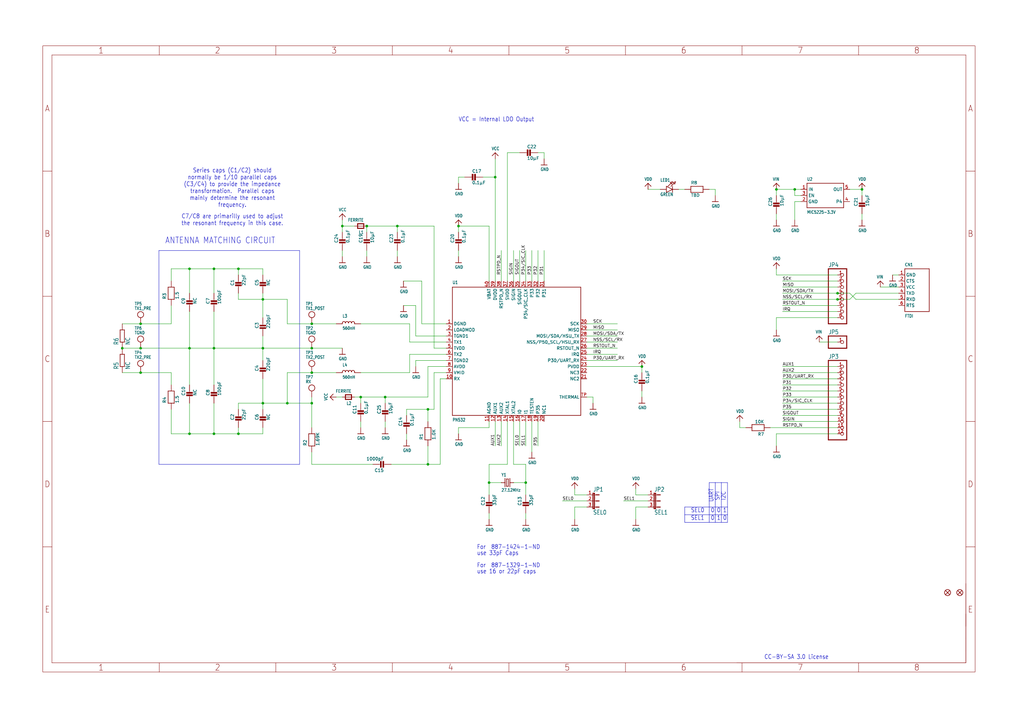
<source format=kicad_sch>
(kicad_sch (version 20230121) (generator eeschema)
  (paper "User" 425.45 298.602)
  (junction (at 129.54 167.64))
  (junction (at 190.5 93.98))
  (junction (at 177.8 193.04))
  (junction (at 347.98 124.46))
  (junction (at 266.7 152.4))
  (junction (at 129.54 134.62))
  (junction (at 205.74 73.66))
  (junction (at 142.24 93.98))
  (junction (at 358.14 78.74))
  (junction (at 58.42 144.78))
  (junction (at 347.98 121.92))
  (junction (at 152.4 93.98))
  (junction (at 149.86 165.1))
  (junction (at 129.54 154.94))
  (junction (at 218.44 200.66))
  (junction (at 109.22 124.46))
  (junction (at 322.58 78.74))
  (junction (at 88.9 180.34))
  (junction (at 99.06 180.34))
  (junction (at 78.74 180.34))
  (junction (at 109.22 144.78))
  (junction (at 58.42 154.94))
  (junction (at 99.06 111.76))
  (junction (at 78.74 144.78))
  (junction (at 88.9 111.76))
  (junction (at 160.02 165.1))
  (junction (at 88.9 144.78))
  (junction (at 129.54 144.78))
  (junction (at 50.8 144.78))
  (junction (at 78.74 111.76))
  (junction (at 165.1 93.98))
  (junction (at 109.22 167.64))
  (junction (at 330.2 78.74))
  (junction (at 203.2 200.66))
  (junction (at 58.42 134.62))
  (junction (at 119.38 167.64))
  (junction (at 177.8 170.18))
  (wire (pts (xy 294.64 78.74) (xy 297.18 78.74)) (stroke (width 0.1524)))
  (wire (pts (xy 213.36 175.26) (xy 213.36 193.04)) (stroke (width 0.1524)))
  (wire (pts (xy 185.42 139.7) (xy 172.72 139.7)) (stroke (width 0.1524)))
  (wire (pts (xy 213.36 116.84) (xy 213.36 104.14)) (stroke (width 0.1524)))
  (wire (pts (xy 347.98 165.1) (xy 325.12 165.1)) (stroke (width 0.1524)))
  (wire (pts (xy 243.84 134.62) (xy 256.54 134.62)) (stroke (width 0.1524)))
  (wire (pts (xy 142.24 91.44) (xy 142.24 93.98)) (stroke (width 0.1524)))
  (polyline (pts (xy 284.48 210.82) (xy 302.26 210.82)) (stroke (width 0.1524) (type solid)))
  (wire (pts (xy 152.4 104.14) (xy 152.4 106.68)) (stroke (width 0.1524)))
  (wire (pts (xy 149.86 165.1) (xy 149.86 167.64)) (stroke (width 0.1524)))
  (wire (pts (xy 238.76 205.74) (xy 238.76 203.2)) (stroke (width 0.1524)))
  (wire (pts (xy 149.86 175.26) (xy 149.86 177.8)) (stroke (width 0.1524)))
  (wire (pts (xy 185.42 134.62) (xy 175.26 134.62)) (stroke (width 0.1524)))
  (polyline (pts (xy 297.18 200.66) (xy 294.64 200.66)) (stroke (width 0.1524) (type solid)))
  (wire (pts (xy 330.2 81.28) (xy 330.2 78.74)) (stroke (width 0.1524)))
  (wire (pts (xy 210.82 175.26) (xy 210.82 193.04)) (stroke (width 0.1524)))
  (wire (pts (xy 203.2 175.26) (xy 203.2 177.8)) (stroke (width 0.1524)))
  (wire (pts (xy 330.2 78.74) (xy 322.58 78.74)) (stroke (width 0.1524)))
  (wire (pts (xy 58.42 134.62) (xy 50.8 134.62)) (stroke (width 0.1524)))
  (wire (pts (xy 355.6 121.92) (xy 353.06 124.46)) (stroke (width 0.1524)))
  (wire (pts (xy 205.74 116.84) (xy 205.74 73.66)) (stroke (width 0.1524)))
  (wire (pts (xy 109.22 177.8) (xy 109.22 180.34)) (stroke (width 0.1524)))
  (wire (pts (xy 147.32 93.98) (xy 142.24 93.98)) (stroke (width 0.1524)))
  (wire (pts (xy 71.12 180.34) (xy 71.12 170.18)) (stroke (width 0.1524)))
  (wire (pts (xy 223.52 116.84) (xy 223.52 104.14)) (stroke (width 0.1524)))
  (wire (pts (xy 185.42 152.4) (xy 177.8 152.4)) (stroke (width 0.1524)))
  (wire (pts (xy 218.44 193.04) (xy 218.44 200.66)) (stroke (width 0.1524)))
  (wire (pts (xy 185.42 149.86) (xy 172.72 149.86)) (stroke (width 0.1524)))
  (wire (pts (xy 347.98 177.8) (xy 320.04 177.8)) (stroke (width 0.1524)))
  (wire (pts (xy 347.98 170.18) (xy 325.12 170.18)) (stroke (width 0.1524)))
  (wire (pts (xy 190.5 73.66) (xy 190.5 76.2)) (stroke (width 0.1524)))
  (wire (pts (xy 322.58 114.3) (xy 347.98 114.3)) (stroke (width 0.1524)))
  (wire (pts (xy 347.98 132.08) (xy 322.58 132.08)) (stroke (width 0.1524)))
  (wire (pts (xy 139.7 165.1) (xy 142.24 165.1)) (stroke (width 0.1524)))
  (wire (pts (xy 193.04 73.66) (xy 190.5 73.66)) (stroke (width 0.1524)))
  (wire (pts (xy 172.72 127) (xy 167.64 127)) (stroke (width 0.1524)))
  (wire (pts (xy 99.06 167.64) (xy 109.22 167.64)) (stroke (width 0.1524)))
  (wire (pts (xy 50.8 144.78) (xy 58.42 144.78)) (stroke (width 0.1524)))
  (wire (pts (xy 88.9 111.76) (xy 88.9 121.92)) (stroke (width 0.1524)))
  (polyline (pts (xy 302.26 213.995) (xy 302.26 217.17)) (stroke (width 0.1524) (type solid)))
  (wire (pts (xy 88.9 144.78) (xy 109.22 144.78)) (stroke (width 0.1524)))
  (wire (pts (xy 177.8 152.4) (xy 177.8 165.1)) (stroke (width 0.1524)))
  (wire (pts (xy 142.24 106.68) (xy 142.24 104.14)) (stroke (width 0.1524)))
  (wire (pts (xy 152.4 96.52) (xy 152.4 93.98)) (stroke (width 0.1524)))
  (wire (pts (xy 147.32 165.1) (xy 149.86 165.1)) (stroke (width 0.1524)))
  (wire (pts (xy 200.66 73.66) (xy 205.74 73.66)) (stroke (width 0.1524)))
  (wire (pts (xy 109.22 114.3) (xy 109.22 111.76)) (stroke (width 0.1524)))
  (wire (pts (xy 347.98 142.24) (xy 340.36 142.24)) (stroke (width 0.1524)))
  (wire (pts (xy 243.84 139.7) (xy 256.54 139.7)) (stroke (width 0.1524)))
  (wire (pts (xy 243.84 137.16) (xy 256.54 137.16)) (stroke (width 0.1524)))
  (wire (pts (xy 168.91 180.34) (xy 168.91 182.88)) (stroke (width 0.1524)))
  (wire (pts (xy 223.52 63.5) (xy 226.06 63.5)) (stroke (width 0.1524)))
  (wire (pts (xy 177.8 185.42) (xy 177.8 193.04)) (stroke (width 0.1524)))
  (wire (pts (xy 71.12 134.62) (xy 71.12 127)) (stroke (width 0.1524)))
  (wire (pts (xy 109.22 124.46) (xy 119.38 124.46)) (stroke (width 0.1524)))
  (wire (pts (xy 88.9 160.02) (xy 88.9 144.78)) (stroke (width 0.1524)))
  (wire (pts (xy 99.06 170.18) (xy 99.06 167.64)) (stroke (width 0.1524)))
  (wire (pts (xy 246.38 165.1) (xy 246.38 167.64)) (stroke (width 0.1524)))
  (wire (pts (xy 149.86 134.62) (xy 170.18 134.62)) (stroke (width 0.1524)))
  (wire (pts (xy 170.18 147.32) (xy 185.42 147.32)) (stroke (width 0.1524)))
  (wire (pts (xy 220.98 116.84) (xy 220.98 104.14)) (stroke (width 0.1524)))
  (wire (pts (xy 190.5 177.8) (xy 190.5 180.34)) (stroke (width 0.1524)))
  (wire (pts (xy 347.98 172.72) (xy 325.12 172.72)) (stroke (width 0.1524)))
  (wire (pts (xy 71.12 160.02) (xy 71.12 154.94)) (stroke (width 0.1524)))
  (wire (pts (xy 78.74 180.34) (xy 88.9 180.34)) (stroke (width 0.1524)))
  (polyline (pts (xy 284.48 213.995) (xy 302.26 213.995)) (stroke (width 0.1524) (type solid)))
  (wire (pts (xy 238.76 210.82) (xy 238.76 215.9)) (stroke (width 0.1524)))
  (wire (pts (xy 129.54 193.04) (xy 129.54 187.96)) (stroke (width 0.1524)))
  (wire (pts (xy 210.82 193.04) (xy 203.2 193.04)) (stroke (width 0.1524)))
  (wire (pts (xy 208.28 116.84) (xy 208.28 104.14)) (stroke (width 0.1524)))
  (wire (pts (xy 347.98 175.26) (xy 325.12 175.26)) (stroke (width 0.1524)))
  (wire (pts (xy 322.58 78.74) (xy 322.58 81.28)) (stroke (width 0.1524)))
  (wire (pts (xy 165.1 93.98) (xy 152.4 93.98)) (stroke (width 0.1524)))
  (wire (pts (xy 170.18 142.24) (xy 185.42 142.24)) (stroke (width 0.1524)))
  (wire (pts (xy 78.74 111.76) (xy 71.12 111.76)) (stroke (width 0.1524)))
  (wire (pts (xy 88.9 180.34) (xy 99.06 180.34)) (stroke (width 0.1524)))
  (wire (pts (xy 160.02 165.1) (xy 160.02 167.64)) (stroke (width 0.1524)))
  (wire (pts (xy 129.54 134.62) (xy 139.7 134.62)) (stroke (width 0.1524)))
  (wire (pts (xy 203.2 116.84) (xy 203.2 93.98)) (stroke (width 0.1524)))
  (wire (pts (xy 190.5 104.14) (xy 190.5 106.68)) (stroke (width 0.1524)))
  (wire (pts (xy 71.12 134.62) (xy 58.42 134.62)) (stroke (width 0.1524)))
  (wire (pts (xy 347.98 152.4) (xy 325.12 152.4)) (stroke (width 0.1524)))
  (wire (pts (xy 119.38 134.62) (xy 129.54 134.62)) (stroke (width 0.1524)))
  (wire (pts (xy 330.2 83.82) (xy 330.2 91.44)) (stroke (width 0.1524)))
  (wire (pts (xy 243.84 208.28) (xy 233.68 208.28)) (stroke (width 0.1524)))
  (wire (pts (xy 180.34 144.78) (xy 180.34 93.98)) (stroke (width 0.1524)))
  (wire (pts (xy 226.06 63.5) (xy 226.06 66.04)) (stroke (width 0.1524)))
  (wire (pts (xy 78.74 111.76) (xy 78.74 121.92)) (stroke (width 0.1524)))
  (wire (pts (xy 109.22 167.64) (xy 109.22 170.18)) (stroke (width 0.1524)))
  (wire (pts (xy 185.42 154.94) (xy 180.34 154.94)) (stroke (width 0.1524)))
  (wire (pts (xy 243.84 144.78) (xy 256.54 144.78)) (stroke (width 0.1524)))
  (wire (pts (xy 347.98 157.48) (xy 325.12 157.48)) (stroke (width 0.1524)))
  (wire (pts (xy 142.24 93.98) (xy 142.24 96.52)) (stroke (width 0.1524)))
  (wire (pts (xy 243.84 147.32) (xy 256.54 147.32)) (stroke (width 0.1524)))
  (wire (pts (xy 347.98 129.54) (xy 325.12 129.54)) (stroke (width 0.1524)))
  (wire (pts (xy 129.54 154.94) (xy 139.7 154.94)) (stroke (width 0.1524)))
  (wire (pts (xy 109.22 124.46) (xy 99.06 124.46)) (stroke (width 0.1524)))
  (wire (pts (xy 203.2 205.74) (xy 203.2 200.66)) (stroke (width 0.1524)))
  (wire (pts (xy 129.54 167.64) (xy 129.54 165.1)) (stroke (width 0.1524)))
  (wire (pts (xy 226.06 116.84) (xy 226.06 104.14)) (stroke (width 0.1524)))
  (wire (pts (xy 223.52 175.26) (xy 223.52 185.42)) (stroke (width 0.1524)))
  (wire (pts (xy 154.94 193.04) (xy 129.54 193.04)) (stroke (width 0.1524)))
  (wire (pts (xy 160.02 177.8) (xy 160.02 175.26)) (stroke (width 0.1524)))
  (wire (pts (xy 99.06 111.76) (xy 88.9 111.76)) (stroke (width 0.1524)))
  (wire (pts (xy 358.14 81.28) (xy 358.14 78.74)) (stroke (width 0.1524)))
  (wire (pts (xy 332.74 78.74) (xy 330.2 78.74)) (stroke (width 0.1524)))
  (wire (pts (xy 203.2 193.04) (xy 203.2 200.66)) (stroke (width 0.1524)))
  (wire (pts (xy 109.22 144.78) (xy 129.54 144.78)) (stroke (width 0.1524)))
  (wire (pts (xy 109.22 167.64) (xy 119.38 167.64)) (stroke (width 0.1524)))
  (wire (pts (xy 109.22 139.7) (xy 109.22 144.78)) (stroke (width 0.1524)))
  (polyline (pts (xy 302.26 200.66) (xy 302.26 210.82)) (stroke (width 0.1524) (type solid)))
  (wire (pts (xy 165.1 96.52) (xy 165.1 93.98)) (stroke (width 0.1524)))
  (wire (pts (xy 266.7 162.56) (xy 266.7 165.1)) (stroke (width 0.1524)))
  (wire (pts (xy 210.82 116.84) (xy 210.82 63.5)) (stroke (width 0.1524)))
  (wire (pts (xy 177.8 193.04) (xy 162.56 193.04)) (stroke (width 0.1524)))
  (wire (pts (xy 347.98 119.38) (xy 325.12 119.38)) (stroke (width 0.1524)))
  (wire (pts (xy 205.74 73.66) (xy 205.74 66.04)) (stroke (width 0.1524)))
  (polyline (pts (xy 302.26 210.82) (xy 302.26 213.995)) (stroke (width 0.1524) (type solid)))
  (wire (pts (xy 215.9 116.84) (xy 215.9 104.14)) (stroke (width 0.1524)))
  (wire (pts (xy 309.88 177.8) (xy 307.34 177.8)) (stroke (width 0.1524)))
  (wire (pts (xy 218.44 175.26) (xy 218.44 185.42)) (stroke (width 0.1524)))
  (wire (pts (xy 220.98 175.26) (xy 220.98 187.96)) (stroke (width 0.1524)))
  (wire (pts (xy 347.98 121.92) (xy 325.12 121.92)) (stroke (width 0.1524)))
  (wire (pts (xy 347.98 160.02) (xy 325.12 160.02)) (stroke (width 0.1524)))
  (wire (pts (xy 160.02 165.1) (xy 149.86 165.1)) (stroke (width 0.1524)))
  (wire (pts (xy 347.98 154.94) (xy 325.12 154.94)) (stroke (width 0.1524)))
  (wire (pts (xy 358.14 88.9) (xy 358.14 91.44)) (stroke (width 0.1524)))
  (wire (pts (xy 264.16 205.74) (xy 264.16 203.2)) (stroke (width 0.1524)))
  (wire (pts (xy 109.22 121.92) (xy 109.22 124.46)) (stroke (width 0.1524)))
  (polyline (pts (xy 284.48 210.82) (xy 284.48 213.995)) (stroke (width 0.1524) (type solid)))
  (wire (pts (xy 175.26 134.62) (xy 175.26 116.84)) (stroke (width 0.1524)))
  (wire (pts (xy 165.1 106.68) (xy 165.1 104.14)) (stroke (width 0.1524)))
  (wire (pts (xy 269.24 205.74) (xy 264.16 205.74)) (stroke (width 0.1524)))
  (wire (pts (xy 269.24 210.82) (xy 264.16 210.82)) (stroke (width 0.1524)))
  (wire (pts (xy 129.54 167.64) (xy 119.38 167.64)) (stroke (width 0.1524)))
  (wire (pts (xy 109.22 157.48) (xy 109.22 167.64)) (stroke (width 0.1524)))
  (wire (pts (xy 208.28 175.26) (xy 208.28 185.42)) (stroke (width 0.1524)))
  (wire (pts (xy 99.06 180.34) (xy 99.06 177.8)) (stroke (width 0.1524)))
  (wire (pts (xy 203.2 213.36) (xy 203.2 215.9)) (stroke (width 0.1524)))
  (wire (pts (xy 119.38 167.64) (xy 119.38 154.94)) (stroke (width 0.1524)))
  (wire (pts (xy 109.22 149.86) (xy 109.22 144.78)) (stroke (width 0.1524)))
  (wire (pts (xy 218.44 116.84) (xy 218.44 104.14)) (stroke (width 0.1524)))
  (wire (pts (xy 213.36 200.66) (xy 218.44 200.66)) (stroke (width 0.1524)))
  (wire (pts (xy 180.34 154.94) (xy 180.34 170.18)) (stroke (width 0.1524)))
  (wire (pts (xy 99.06 111.76) (xy 99.06 114.3)) (stroke (width 0.1524)))
  (wire (pts (xy 373.38 121.92) (xy 355.6 121.92)) (stroke (width 0.1524)))
  (wire (pts (xy 307.34 177.8) (xy 307.34 175.26)) (stroke (width 0.1524)))
  (wire (pts (xy 99.06 124.46) (xy 99.06 121.92)) (stroke (width 0.1524)))
  (wire (pts (xy 119.38 154.94) (xy 129.54 154.94)) (stroke (width 0.1524)))
  (wire (pts (xy 182.88 157.48) (xy 182.88 193.04)) (stroke (width 0.1524)))
  (polyline (pts (xy 66.04 193.04) (xy 66.04 104.14)) (stroke (width 0.1524) (type solid)))
  (wire (pts (xy 71.12 116.84) (xy 71.12 111.76)) (stroke (width 0.1524)))
  (wire (pts (xy 149.86 154.94) (xy 170.18 154.94)) (stroke (width 0.1524)))
  (wire (pts (xy 347.98 116.84) (xy 325.12 116.84)) (stroke (width 0.1524)))
  (wire (pts (xy 99.06 180.34) (xy 109.22 180.34)) (stroke (width 0.1524)))
  (wire (pts (xy 177.8 170.18) (xy 177.8 175.26)) (stroke (width 0.1524)))
  (wire (pts (xy 203.2 177.8) (xy 190.5 177.8)) (stroke (width 0.1524)))
  (wire (pts (xy 58.42 144.78) (xy 78.74 144.78)) (stroke (width 0.1524)))
  (wire (pts (xy 347.98 124.46) (xy 325.12 124.46)) (stroke (width 0.1524)))
  (wire (pts (xy 50.8 154.94) (xy 58.42 154.94)) (stroke (width 0.1524)))
  (polyline (pts (xy 297.18 217.17) (xy 299.72 217.17)) (stroke (width 0.1524) (type solid)))
  (wire (pts (xy 322.58 114.3) (xy 322.58 111.76)) (stroke (width 0.1524)))
  (wire (pts (xy 180.34 93.98) (xy 165.1 93.98)) (stroke (width 0.1524)))
  (wire (pts (xy 190.5 93.98) (xy 190.5 96.52)) (stroke (width 0.1524)))
  (wire (pts (xy 347.98 162.56) (xy 325.12 162.56)) (stroke (width 0.1524)))
  (wire (pts (xy 243.84 152.4) (xy 266.7 152.4)) (stroke (width 0.1524)))
  (wire (pts (xy 109.22 124.46) (xy 109.22 132.08)) (stroke (width 0.1524)))
  (wire (pts (xy 264.16 210.82) (xy 264.16 215.9)) (stroke (width 0.1524)))
  (wire (pts (xy 180.34 170.18) (xy 177.8 170.18)) (stroke (width 0.1524)))
  (wire (pts (xy 177.8 170.18) (xy 168.91 170.18)) (stroke (width 0.1524)))
  (polyline (pts (xy 299.72 217.17) (xy 302.26 217.17)) (stroke (width 0.1524) (type solid)))
  (wire (pts (xy 182.88 193.04) (xy 177.8 193.04)) (stroke (width 0.1524)))
  (polyline (pts (xy 124.46 193.04) (xy 66.04 193.04)) (stroke (width 0.1524) (type solid)))
  (wire (pts (xy 353.06 78.74) (xy 358.14 78.74)) (stroke (width 0.1524)))
  (wire (pts (xy 78.74 160.02) (xy 78.74 144.78)) (stroke (width 0.1524)))
  (wire (pts (xy 281.94 78.74) (xy 284.48 78.74)) (stroke (width 0.1524)))
  (wire (pts (xy 203.2 93.98) (xy 190.5 93.98)) (stroke (width 0.1524)))
  (polyline (pts (xy 299.72 200.66) (xy 297.18 200.66)) (stroke (width 0.1524) (type solid)))
  (wire (pts (xy 322.58 88.9) (xy 322.58 91.44)) (stroke (width 0.1524)))
  (wire (pts (xy 71.12 180.34) (xy 78.74 180.34)) (stroke (width 0.1524)))
  (wire (pts (xy 177.8 165.1) (xy 160.02 165.1)) (stroke (width 0.1524)))
  (wire (pts (xy 218.44 200.66) (xy 218.44 205.74)) (stroke (width 0.1524)))
  (wire (pts (xy 373.38 124.46) (xy 355.6 124.46)) (stroke (width 0.1524)))
  (wire (pts (xy 373.38 119.38) (xy 365.76 119.38)) (stroke (width 0.1524)))
  (wire (pts (xy 347.98 180.34) (xy 322.58 180.34)) (stroke (width 0.1524)))
  (wire (pts (xy 347.98 127) (xy 325.12 127)) (stroke (width 0.1524)))
  (wire (pts (xy 243.84 205.74) (xy 238.76 205.74)) (stroke (width 0.1524)))
  (wire (pts (xy 78.74 144.78) (xy 88.9 144.78)) (stroke (width 0.1524)))
  (wire (pts (xy 168.91 170.18) (xy 168.91 172.72)) (stroke (width 0.1524)))
  (wire (pts (xy 170.18 134.62) (xy 170.18 142.24)) (stroke (width 0.1524)))
  (wire (pts (xy 88.9 167.64) (xy 88.9 180.34)) (stroke (width 0.1524)))
  (wire (pts (xy 353.06 121.92) (xy 347.98 121.92)) (stroke (width 0.1524)))
  (wire (pts (xy 243.84 142.24) (xy 256.54 142.24)) (stroke (width 0.1524)))
  (wire (pts (xy 218.44 213.36) (xy 218.44 215.9)) (stroke (width 0.1524)))
  (wire (pts (xy 347.98 167.64) (xy 325.12 167.64)) (stroke (width 0.1524)))
  (wire (pts (xy 243.84 165.1) (xy 246.38 165.1)) (stroke (width 0.1524)))
  (wire (pts (xy 269.24 78.74) (xy 274.32 78.74)) (stroke (width 0.1524)))
  (polyline (pts (xy 299.72 200.66) (xy 299.72 217.17)) (stroke (width 0.1524) (type solid)))
  (wire (pts (xy 332.74 81.28) (xy 330.2 81.28)) (stroke (width 0.1524)))
  (wire (pts (xy 353.06 124.46) (xy 347.98 124.46)) (stroke (width 0.1524)))
  (wire (pts (xy 243.84 149.86) (xy 256.54 149.86)) (stroke (width 0.1524)))
  (wire (pts (xy 109.22 111.76) (xy 99.06 111.76)) (stroke (width 0.1524)))
  (wire (pts (xy 175.26 116.84) (xy 167.64 116.84)) (stroke (width 0.1524)))
  (polyline (pts (xy 297.18 200.66) (xy 297.18 217.17)) (stroke (width 0.1524) (type solid)))
  (wire (pts (xy 172.72 149.86) (xy 172.72 152.4)) (stroke (width 0.1524)))
  (wire (pts (xy 322.58 132.08) (xy 322.58 137.16)) (stroke (width 0.1524)))
  (wire (pts (xy 88.9 129.54) (xy 88.9 144.78)) (stroke (width 0.1524)))
  (polyline (pts (xy 294.64 217.17) (xy 297.18 217.17)) (stroke (width 0.1524) (type solid)))
  (wire (pts (xy 210.82 63.5) (xy 215.9 63.5)) (stroke (width 0.1524)))
  (polyline (pts (xy 66.04 104.14) (xy 124.46 104.14)) (stroke (width 0.1524) (type solid)))
  (wire (pts (xy 332.74 83.82) (xy 330.2 83.82)) (stroke (width 0.1524)))
  (polyline (pts (xy 294.64 200.66) (xy 294.64 217.17)) (stroke (width 0.1524) (type solid)))
  (wire (pts (xy 129.54 177.8) (xy 129.54 167.64)) (stroke (width 0.1524)))
  (wire (pts (xy 203.2 200.66) (xy 208.28 200.66)) (stroke (width 0.1524)))
  (wire (pts (xy 78.74 167.64) (xy 78.74 180.34)) (stroke (width 0.1524)))
  (wire (pts (xy 58.42 154.94) (xy 71.12 154.94)) (stroke (width 0.1524)))
  (polyline (pts (xy 302.26 200.66) (xy 299.72 200.66)) (stroke (width 0.1524) (type solid)))
  (wire (pts (xy 129.54 144.78) (xy 142.24 144.78)) (stroke (width 0.1524)))
  (wire (pts (xy 170.18 154.94) (xy 170.18 147.32)) (stroke (width 0.1524)))
  (wire (pts (xy 269.24 208.28) (xy 259.08 208.28)) (stroke (width 0.1524)))
  (wire (pts (xy 213.36 193.04) (xy 218.44 193.04)) (stroke (width 0.1524)))
  (wire (pts (xy 119.38 124.46) (xy 119.38 134.62)) (stroke (width 0.1524)))
  (wire (pts (xy 78.74 129.54) (xy 78.74 144.78)) (stroke (width 0.1524)))
  (polyline (pts (xy 284.48 213.995) (xy 284.48 217.17)) (stroke (width 0.1524) (type solid)))
  (wire (pts (xy 215.9 175.26) (xy 215.9 185.42)) (stroke (width 0.1524)))
  (wire (pts (xy 88.9 111.76) (xy 78.74 111.76)) (stroke (width 0.1524)))
  (wire (pts (xy 355.6 124.46) (xy 353.06 121.92)) (stroke (width 0.1524)))
  (wire (pts (xy 205.74 175.26) (xy 205.74 185.42)) (stroke (width 0.1524)))
  (wire (pts (xy 243.84 210.82) (xy 238.76 210.82)) (stroke (width 0.1524)))
  (wire (pts (xy 185.42 144.78) (xy 180.34 144.78)) (stroke (width 0.1524)))
  (wire (pts (xy 185.42 157.48) (xy 182.88 157.48)) (stroke (width 0.1524)))
  (polyline (pts (xy 124.46 104.14) (xy 124.46 193.04)) (stroke (width 0.1524) (type solid)))
  (polyline (pts (xy 284.48 217.17) (xy 294.64 217.17)) (stroke (width 0.1524) (type solid)))
  (wire (pts (xy 266.7 152.4) (xy 266.7 154.94)) (stroke (width 0.1524)))
  (wire (pts (xy 322.58 180.34) (xy 322.58 185.42)) (stroke (width 0.1524)))
  (wire (pts (xy 172.72 139.7) (xy 172.72 127)) (stroke (width 0.1524)))
  (wire (pts (xy 297.18 78.74) (xy 297.18 81.28)) (stroke (width 0.1524)))
  (wire (pts (xy 373.38 114.3) (xy 370.84 114.3)) (stroke (width 0.1524)))
  (text "0" (at 295.275 213.36 0) (effects (font (size 1.778 1.5113)) (justify left bottom)))
  (text "ANTENNA MATCHING CIRCUIT" (at 68.58 101.6 0) (effects (font (size 2.54 2.159)) (justify left bottom)))
  (text "SEL0" (at 287.02 213.36 0) (effects (font (size 1.778 1.5113)) (justify left bottom)))
  (text "For  887-1424-1-ND" (at 198.12 228.6 0) (effects (font (size 1.778 1.5113)) (justify left bottom)))
  (text "0" (at 297.815 213.36 0) (effects (font (size 1.778 1.5113)) (justify left bottom)))
  (text "I2C" (at 301.625 208.28 90) (effects (font (size 1.778 1.5113)) (justify left bottom)))
  (text "UART" (at 296.545 208.915 90) (effects (font (size 1.778 1.5113)) (justify left bottom)))
  (text "For  887-1329-1-ND" (at 198.12 236.22 0) (effects (font (size 1.778 1.5113)) (justify left bottom)))
  (text "use 16 or 22pF caps" (at 198.12 238.76 0) (effects (font (size 1.778 1.5113)) (justify left bottom)))
  (text "CC-BY-SA 3.0 License" (at 317.5 274.32 0) (effects (font (size 1.778 1.5113)) (justify left bottom)))
  (text "Series caps (C1/C2) should\nnormally be 1/10 parallel caps\n(C3/C4) to provide the impedance\ntransformation.  Parallel caps\nmainly determine the resonant\nfrequency." (at 96.52 86.36 0) (effects (font (size 1.778 1.5113)) (justify bottom)))
  (text "use 33pF Caps" (at 198.12 231.14 0) (effects (font (size 1.778 1.5113)) (justify left bottom)))
  (text "SEL1" (at 287.02 216.535 0) (effects (font (size 1.778 1.5113)) (justify left bottom)))
  (text "0" (at 300.355 216.535 0) (effects (font (size 1.778 1.5113)) (justify left bottom)))
  (text "VCC = Internal LDO Output" (at 190.5 50.8 0) (effects (font (size 1.778 1.5113)) (justify left bottom)))
  (text "1" (at 300.355 213.36 0) (effects (font (size 1.778 1.5113)) (justify left bottom)))
  (text "SPI" (at 299.085 208.28 90) (effects (font (size 1.778 1.5113)) (justify left bottom)))
  (text "C7/C8 are primarilly used to adjust\nthe resonant frequency in this case." (at 96.52 93.98 0) (effects (font (size 1.778 1.5113)) (justify bottom)))
  (text "0" (at 295.275 216.535 0) (effects (font (size 1.778 1.5113)) (justify left bottom)))
  (text "1" (at 297.815 216.535 0) (effects (font (size 1.778 1.5113)) (justify left bottom)))
  (label "RSTPD_N" (at 208.28 114.3 90) (effects (font (size 1.2446 1.2446))))
  (label "SEL0" (at 233.68 208.28 0) (effects (font (size 1.2446 1.2446))))
  (label "P33" (at 325.12 165.1 0) (effects (font (size 1.2446 1.2446))))
  (label "AUX1" (at 205.74 185.42 90) (effects (font (size 1.2446 1.2446))))
  (label "P31" (at 325.12 160.02 0) (effects (font (size 1.2446 1.2446))))
  (label "AUX2" (at 208.28 185.42 90) (effects (font (size 1.2446 1.2446))))
  (label "MISO" (at 246.38 137.16 0) (effects (font (size 1.2446 1.2446))))
  (label "RSTPD_N" (at 325.12 177.8 0) (effects (font (size 1.2446 1.2446))))
  (label "MISO" (at 325.12 119.38 0) (effects (font (size 1.2446 1.2446))))
  (label "SIGIN" (at 213.36 114.3 90) (effects (font (size 1.2446 1.2446))))
  (label "AUX1" (at 325.12 152.4 0) (effects (font (size 1.2446 1.2446))))
  (label "SEL1" (at 218.44 185.42 90) (effects (font (size 1.2446 1.2446))))
  (label "P35" (at 325.12 170.18 0) (effects (font (size 1.2446 1.2446))))
  (label "NSS/SCL/RX" (at 246.38 142.24 0) (effects (font (size 1.2446 1.2446))))
  (label "NSS/SCL/RX" (at 325.12 124.46 0) (effects (font (size 1.2446 1.2446))))
  (label "RSTOUT_N" (at 325.12 127 0) (effects (font (size 1.2446 1.2446))))
  (label "P33" (at 220.98 114.3 90) (effects (font (size 1.2446 1.2446))))
  (label "IRQ" (at 325.12 129.54 0) (effects (font (size 1.2446 1.2446))))
  (label "P30/UART_RX" (at 246.38 149.86 0) (effects (font (size 1.2446 1.2446))))
  (label "AUX2" (at 325.12 154.94 0) (effects (font (size 1.2446 1.2446))))
  (label "P30/UART_RX" (at 325.12 157.48 0) (effects (font (size 1.2446 1.2446))))
  (label "P34/SIC_CLK" (at 218.44 114.3 90) (effects (font (size 1.2446 1.2446))))
  (label "SEL1" (at 259.08 208.28 0) (effects (font (size 1.2446 1.2446))))
  (label "P35" (at 223.52 185.42 90) (effects (font (size 1.2446 1.2446))))
  (label "SCK" (at 246.38 134.62 0) (effects (font (size 1.2446 1.2446))))
  (label "SEL0" (at 215.9 185.42 90) (effects (font (size 1.2446 1.2446))))
  (label "RSTOUT_N" (at 246.38 144.78 0) (effects (font (size 1.2446 1.2446))))
  (label "MOSI/SDA/TX" (at 325.12 121.92 0) (effects (font (size 1.2446 1.2446))))
  (label "P34/SIC_CLK" (at 325.12 167.64 0) (effects (font (size 1.2446 1.2446))))
  (label "MOSI/SDA/TX" (at 246.38 139.7 0) (effects (font (size 1.2446 1.2446))))
  (label "IRQ" (at 246.38 147.32 0) (effects (font (size 1.2446 1.2446))))
  (label "SCK" (at 325.12 116.84 0) (effects (font (size 1.2446 1.2446))))
  (label "SIGOUT" (at 325.12 172.72 0) (effects (font (size 1.2446 1.2446))))
  (label "SIGOUT" (at 215.9 114.3 90) (effects (font (size 1.2446 1.2446))))
  (label "SIGIN" (at 325.12 175.26 0) (effects (font (size 1.2446 1.2446))))
  (label "P32" (at 223.52 114.3 90) (effects (font (size 1.2446 1.2446))))
  (label "P31" (at 226.06 114.3 90) (effects (font (size 1.2446 1.2446))))
  (label "P32" (at 325.12 162.56 0) (effects (font (size 1.2446 1.2446))))
  (symbol (lib_id "working-eagle-import:CAP_CERAMIC0805-NOOUTLINE") (at 149.86 172.72 0) (unit 1)
    (property "Reference" "C11" (at 148.07 172.18 90) (effects (justify left bottom)))
    (property "Value" "0.1µF" (at 152.86 172.18 90) (effects (justify left bottom)))
    (property "Footprint" "working:0805-NO" (effects hide))
  )
  (symbol (lib_id "working-eagle-import:RESISTOR0805_NOOUTLINE") (at 71.12 121.92 90) (unit 1)
    (property "Reference" "R3" (at 69.088 124.46 0) (effects (justify left bottom)))
    (property "Value" "1.5" (at 74.295 124.46 0) (effects (justify left bottom)))
    (property "Footprint" "working:0805-NO" (effects hide))
  )
  (symbol (lib_id "working-eagle-import:VIN") (at 340.36 139.7 0) (unit 1)
    (property "Reference" "#U$49" (effects hide))
    (property "Value" "VIN" (at 338.836 138.684 0) (effects (font (size 1.27 1.0795)) (justify left bottom)))
  )
  (symbol (lib_id "working-eagle-import:GND") (at 297.18 83.82 0) (unit 1)
    (property "Reference" "#U$27" (effects hide))
    (property "Value" "GND" (at 295.656 86.36 0) (effects (font (size 1.27 1.0795)) (justify left bottom)))
  )
  (symbol (lib_id "working-eagle-import:CAP_CERAMIC0805-NOOUTLINE") (at 358.14 86.36 0) (unit 1)
    (property "Reference" "C21" (at 356.35 85.82 90) (effects (justify left bottom)))
    (property "Value" "10µF" (at 361.14 85.82 90) (effects (justify left bottom)))
    (property "Footprint" "working:0805-NO" (effects hide))
  )
  (symbol (lib_id "working-eagle-import:CAP_CERAMIC0805-NOOUTLINE") (at 109.22 154.94 0) (unit 1)
    (property "Reference" "C4" (at 107.43 154.4 90) (effects (justify left bottom)))
    (property "Value" "220pF" (at 112.22 154.4 90) (effects (justify left bottom)))
    (property "Footprint" "working:0805-NO" (effects hide))
  )
  (symbol (lib_id "working-eagle-import:CAP_CERAMIC0805-NOOUTLINE") (at 142.24 101.6 0) (unit 1)
    (property "Reference" "C24" (at 140.45 101.06 90) (effects (justify left bottom)))
    (property "Value" "0.1µF" (at 145.24 101.06 90) (effects (justify left bottom)))
    (property "Footprint" "working:0805-NO" (effects hide))
  )
  (symbol (lib_id "working-eagle-import:CAP_CERAMIC0805-NOOUTLINE") (at 203.2 210.82 0) (unit 1)
    (property "Reference" "C12" (at 201.41 210.28 90) (effects (justify left bottom)))
    (property "Value" "33pF" (at 206.2 210.28 90) (effects (justify left bottom)))
    (property "Footprint" "working:0805-NO" (effects hide))
  )
  (symbol (lib_id "working-eagle-import:TESTPOINTROUND1MM") (at 58.42 134.62 0) (unit 1)
    (property "Reference" "TP5" (at 55.88 127 0) (effects (font (size 1.27 1.0795)) (justify left bottom)))
    (property "Value" "TX1_PRE" (at 55.88 128.905 0) (effects (font (size 1.27 1.0795)) (justify left bottom)))
    (property "Footprint" "working:TESTPOINT_ROUND_1MM" (effects hide))
  )
  (symbol (lib_id "working-eagle-import:RESISTOR0805_NOOUTLINE") (at 129.54 182.88 90) (unit 1)
    (property "Reference" "R2" (at 127.508 185.42 0) (effects (justify left bottom)))
    (property "Value" "1.69K" (at 132.715 185.42 0) (effects (justify left bottom)))
    (property "Footprint" "working:0805-NO" (effects hide))
  )
  (symbol (lib_id "working-eagle-import:GND") (at 142.24 109.22 0) (unit 1)
    (property "Reference" "#U$16" (effects hide))
    (property "Value" "GND" (at 140.716 111.76 0) (effects (font (size 1.27 1.0795)) (justify left bottom)))
  )
  (symbol (lib_id "working-eagle-import:CAP_CERAMIC0805-NOOUTLINE") (at 88.9 165.1 0) (unit 1)
    (property "Reference" "C8" (at 87.11 164.56 90) (effects (justify left bottom)))
    (property "Value" "100pF" (at 91.9 164.56 90) (effects (justify left bottom)))
    (property "Footprint" "working:0805-NO" (effects hide))
  )
  (symbol (lib_id "working-eagle-import:FERRITE0805") (at 149.86 93.98 180) (unit 1)
    (property "Reference" "L1" (at 151.13 95.885 0) (effects (font (size 1.27 1.0795)) (justify left bottom)))
    (property "Value" "FERRITE" (at 151.13 90.805 0) (effects (font (size 1.27 1.0795)) (justify left bottom)))
    (property "Footprint" "working:0805" (effects hide))
  )
  (symbol (lib_id "working-eagle-import:CAP_CERAMIC0805-NOOUTLINE") (at 109.22 119.38 0) (unit 1)
    (property "Reference" "C5" (at 107.43 118.84 90) (effects (justify left bottom)))
    (property "Value" "NC" (at 112.22 118.84 90) (effects (justify left bottom)))
    (property "Footprint" "working:0805-NO" (effects hide))
  )
  (symbol (lib_id "working-eagle-import:VDD") (at 266.7 149.86 0) (unit 1)
    (property "Reference" "#U$19" (effects hide))
    (property "Value" "VDD" (at 265.176 148.844 0) (effects (font (size 1.27 1.0795)) (justify left bottom)))
  )
  (symbol (lib_id "working-eagle-import:GND") (at 167.64 119.38 0) (unit 1)
    (property "Reference" "#U$10" (effects hide))
    (property "Value" "GND" (at 166.116 121.92 0) (effects (font (size 1.27 1.0795)) (justify left bottom)))
  )
  (symbol (lib_id "working-eagle-import:GND") (at 190.5 182.88 0) (unit 1)
    (property "Reference" "#U$12" (effects hide))
    (property "Value" "GND" (at 188.976 185.42 0) (effects (font (size 1.27 1.0795)) (justify left bottom)))
  )
  (symbol (lib_id "working-eagle-import:GND") (at 246.38 170.18 0) (unit 1)
    (property "Reference" "#U$18" (effects hide))
    (property "Value" "GND" (at 244.856 172.72 0) (effects (font (size 1.27 1.0795)) (justify left bottom)))
  )
  (symbol (lib_id "working-eagle-import:VIN") (at 322.58 76.2 0) (unit 1)
    (property "Reference" "#U$41" (effects hide))
    (property "Value" "VIN" (at 321.056 75.184 0) (effects (font (size 1.27 1.0795)) (justify left bottom)))
  )
  (symbol (lib_id "working-eagle-import:LED0805_NOOUTLINE") (at 279.4 78.74 0) (unit 1)
    (property "Reference" "LED1" (at 274.32 75.565 0) (effects (font (size 1.27 1.0795)) (justify left bottom)))
    (property "Value" "GREEN" (at 274.32 81.534 0) (effects (font (size 1.27 1.0795)) (justify left bottom)))
    (property "Footprint" "working:CHIPLED_0805_NOOUTLINE" (effects hide))
  )
  (symbol (lib_id "working-eagle-import:GND") (at 370.84 116.84 0) (unit 1)
    (property "Reference" "#U$46" (effects hide))
    (property "Value" "GND" (at 369.316 119.38 0) (effects (font (size 1.27 1.0795)) (justify left bottom)))
  )
  (symbol (lib_id "working-eagle-import:CAP_CERAMIC0805-NOOUTLINE") (at 218.44 210.82 0) (unit 1)
    (property "Reference" "C13" (at 216.65 210.28 90) (effects (justify left bottom)))
    (property "Value" "33pF" (at 221.44 210.28 90) (effects (justify left bottom)))
    (property "Footprint" "working:0805-NO" (effects hide))
  )
  (symbol (lib_id "working-eagle-import:VCC") (at 142.24 88.9 0) (unit 1)
    (property "Reference" "#P+2" (effects hide))
    (property "Value" "VCC" (at 140.716 87.884 0) (effects (font (size 1.27 1.0795)) (justify left bottom)))
  )
  (symbol (lib_id "working-eagle-import:CAP_CERAMIC0805-NOOUTLINE") (at 152.4 101.6 0) (unit 1)
    (property "Reference" "C19" (at 150.61 101.06 90) (effects (justify left bottom)))
    (property "Value" "10µF" (at 155.4 101.06 90) (effects (justify left bottom)))
    (property "Footprint" "working:0805-NO" (effects hide))
  )
  (symbol (lib_id "working-eagle-import:GND") (at 167.64 129.54 0) (unit 1)
    (property "Reference" "#U$7" (effects hide))
    (property "Value" "GND" (at 166.116 132.08 0) (effects (font (size 1.27 1.0795)) (justify left bottom)))
  )
  (symbol (lib_id "working-eagle-import:TESTPOINTROUND1MM") (at 129.54 154.94 0) (unit 1)
    (property "Reference" "TP3" (at 127 147.32 0) (effects (font (size 1.27 1.0795)) (justify left bottom)))
    (property "Value" "TX2_POST" (at 127 149.225 0) (effects (font (size 1.27 1.0795)) (justify left bottom)))
    (property "Footprint" "working:TESTPOINT_ROUND_1MM" (effects hide))
  )
  (symbol (lib_id "working-eagle-import:VDD") (at 269.24 76.2 0) (unit 1)
    (property "Reference" "#U$40" (effects hide))
    (property "Value" "VDD" (at 267.716 75.184 0) (effects (font (size 1.27 1.0795)) (justify left bottom)))
  )
  (symbol (lib_id "working-eagle-import:VREG_SOT23-5") (at 342.9 81.28 0) (unit 1)
    (property "Reference" "U2" (at 335.28 75.184 0) (effects (font (size 1.27 1.0795)) (justify left bottom)))
    (property "Value" "MIC5225-3.3V" (at 335.28 88.9 0) (effects (font (size 1.27 1.0795)) (justify left bottom)))
    (property "Footprint" "working:SOT23-5" (effects hide))
  )
  (symbol (lib_id "working-eagle-import:TESTPOINTROUND1MM") (at 129.54 134.62 0) (unit 1)
    (property "Reference" "TP1" (at 127 127 0) (effects (font (size 1.27 1.0795)) (justify left bottom)))
    (property "Value" "TX1_POST" (at 127 128.905 0) (effects (font (size 1.27 1.0795)) (justify left bottom)))
    (property "Footprint" "working:TESTPOINT_ROUND_1MM" (effects hide))
  )
  (symbol (lib_id "working-eagle-import:GND") (at 149.86 180.34 0) (unit 1)
    (property "Reference" "#U$11" (effects hide))
    (property "Value" "GND" (at 148.336 182.88 0) (effects (font (size 1.27 1.0795)) (justify left bottom)))
  )
  (symbol (lib_id "working-eagle-import:HEADER-1X12") (at 350.52 167.64 0) (unit 1)
    (property "Reference" "JP3" (at 344.17 149.225 0) (effects (font (size 1.778 1.5113)) (justify left bottom)))
    (property "Value" "HEADER-1X12" (effects hide))
    (property "Footprint" "working:1X12_ROUND" (effects hide))
  )
  (symbol (lib_id "working-eagle-import:VIN") (at 365.76 116.84 0) (unit 1)
    (property "Reference" "#U$48" (effects hide))
    (property "Value" "VIN" (at 364.236 115.824 0) (effects (font (size 1.27 1.0795)) (justify left bottom)))
  )
  (symbol (lib_id "working-eagle-import:TESTPOINTROUND1MM") (at 129.54 144.78 0) (unit 1)
    (property "Reference" "TP2" (at 127 137.16 0) (effects (font (size 1.27 1.0795)) (justify left bottom)))
    (property "Value" "TGND" (at 127 139.065 0) (effects (font (size 1.27 1.0795)) (justify left bottom)))
    (property "Footprint" "working:TESTPOINT_ROUND_1MM" (effects hide))
  )
  (symbol (lib_id "working-eagle-import:PN532") (at 215.9 147.32 0) (unit 1)
    (property "Reference" "U1" (at 187.96 118.11 0) (effects (font (size 1.27 1.0795)) (justify left bottom)))
    (property "Value" "PN532" (at 187.96 175.26 0) (effects (font (size 1.27 1.0795)) (justify left bottom)))
    (property "Footprint" "working:HVQFN40-6X6" (effects hide))
  )
  (symbol (lib_id "working-eagle-import:GND") (at 190.5 78.74 0) (unit 1)
    (property "Reference" "#U$22" (effects hide))
    (property "Value" "GND" (at 188.976 81.28 0) (effects (font (size 1.27 1.0795)) (justify left bottom)))
  )
  (symbol (lib_id "working-eagle-import:CAP_CERAMIC0805-NOOUTLINE") (at 195.58 73.66 270) (unit 1)
    (property "Reference" "C17" (at 196.12 71.87 90) (effects (justify left bottom)))
    (property "Value" "0.1µF" (at 196.12 76.66 90) (effects (justify left bottom)))
    (property "Footprint" "working:0805-NO" (effects hide))
  )
  (symbol (lib_id "working-eagle-import:GND") (at 322.58 139.7 0) (unit 1)
    (property "Reference" "#U$32" (effects hide))
    (property "Value" "GND" (at 321.056 142.24 0) (effects (font (size 1.27 1.0795)) (justify left bottom)))
  )
  (symbol (lib_id "working-eagle-import:VCC") (at 205.74 63.5 0) (unit 1)
    (property "Reference" "#P+1" (effects hide))
    (property "Value" "VCC" (at 204.216 62.484 0) (effects (font (size 1.27 1.0795)) (justify left bottom)))
  )
  (symbol (lib_id "working-eagle-import:CAP_CERAMIC0805-NOOUTLINE") (at 88.9 127 0) (unit 1)
    (property "Reference" "C7" (at 87.11 126.46 90) (effects (justify left bottom)))
    (property "Value" "100pF" (at 91.9 126.46 90) (effects (justify left bottom)))
    (property "Footprint" "working:0805-NO" (effects hide))
  )
  (symbol (lib_id "working-eagle-import:CAP_CERAMIC0805-NOOUTLINE") (at 160.02 172.72 0) (unit 1)
    (property "Reference" "C25" (at 158.23 172.18 90) (effects (justify left bottom)))
    (property "Value" "10µF" (at 163.02 172.18 90) (effects (justify left bottom)))
    (property "Footprint" "working:0805-NO" (effects hide))
  )
  (symbol (lib_id "working-eagle-import:VCC") (at 137.16 165.1 90) (unit 1)
    (property "Reference" "#P+3" (effects hide))
    (property "Value" "VCC" (at 136.144 166.624 0) (effects (font (size 1.27 1.0795)) (justify left bottom)))
  )
  (symbol (lib_id "working-eagle-import:GND") (at 142.24 147.32 0) (unit 1)
    (property "Reference" "#U$2" (effects hide))
    (property "Value" "GND" (at 140.716 149.86 0) (effects (font (size 1.27 1.0795)) (justify left bottom)))
  )
  (symbol (lib_id "working-eagle-import:GND") (at 322.58 93.98 0) (unit 1)
    (property "Reference" "#U$44" (effects hide))
    (property "Value" "GND" (at 321.056 96.52 0) (effects (font (size 1.27 1.0795)) (justify left bottom)))
  )
  (symbol (lib_id "working-eagle-import:CRYSTAL3.2X2.5") (at 210.82 200.66 0) (unit 1)
    (property "Reference" "Y1" (at 208.28 198.12 0) (effects (font (size 1.27 1.0795)) (justify left bottom)))
    (property "Value" "27.12MHz" (at 208.28 204.47 0) (effects (font (size 1.27 1.0795)) (justify left bottom)))
    (property "Footprint" "working:CRYSTAL_3.2X2.5" (effects hide))
  )
  (symbol (lib_id "working-eagle-import:GND") (at 322.58 187.96 0) (unit 1)
    (property "Reference" "#U$33" (effects hide))
    (property "Value" "GND" (at 321.056 190.5 0) (effects (font (size 1.27 1.0795)) (justify left bottom)))
  )
  (symbol (lib_id "working-eagle-import:JUMPER3") (at 246.38 208.28 270) (unit 1)
    (property "Reference" "JP1" (at 246.38 204.47 90) (effects (font (size 1.778 1.5113)) (justify left bottom)))
    (property "Value" "SEL0" (at 246.38 213.995 90) (effects (font (size 1.778 1.5113)) (justify left bottom)))
    (property "Footprint" "working:JUMPER3" (effects hide))
  )
  (symbol (lib_id "working-eagle-import:TESTPOINTROUND1MM") (at 58.42 144.78 0) (unit 1)
    (property "Reference" "TP6" (at 55.88 137.16 0) (effects (font (size 1.27 1.0795)) (justify left bottom)))
    (property "Value" "TGND" (at 55.88 139.065 0) (effects (font (size 1.27 1.0795)) (justify left bottom)))
    (property "Footprint" "working:TESTPOINT_ROUND_1MM" (effects hide))
  )
  (symbol (lib_id "working-eagle-import:GND") (at 203.2 218.44 0) (unit 1)
    (property "Reference" "#U$13" (effects hide))
    (property "Value" "GND" (at 201.676 220.98 0) (effects (font (size 1.27 1.0795)) (justify left bottom)))
  )
  (symbol (lib_id "working-eagle-import:GND") (at 330.2 93.98 0) (unit 1)
    (property "Reference" "#U$42" (effects hide))
    (property "Value" "GND" (at 328.676 96.52 0) (effects (font (size 1.27 1.0795)) (justify left bottom)))
  )
  (symbol (lib_id "working-eagle-import:CAP_CERAMIC0805-NOOUTLINE") (at 168.91 177.8 0) (unit 1)
    (property "Reference" "C14" (at 167.12 177.26 90) (effects (justify left bottom)))
    (property "Value" "0.1µF" (at 171.91 177.26 90) (effects (justify left bottom)))
    (property "Footprint" "working:0805-NO" (effects hide))
  )
  (symbol (lib_id "working-eagle-import:VDD") (at 238.76 200.66 0) (unit 1)
    (property "Reference" "#U$25" (effects hide))
    (property "Value" "VDD" (at 237.236 199.644 0) (effects (font (size 1.27 1.0795)) (justify left bottom)))
  )
  (symbol (lib_id "working-eagle-import:GND") (at 266.7 167.64 0) (unit 1)
    (property "Reference" "#U$20" (effects hide))
    (property "Value" "GND" (at 265.176 170.18 0) (effects (font (size 1.27 1.0795)) (justify left bottom)))
  )
  (symbol (lib_id "working-eagle-import:RESISTOR0805_NOOUTLINE") (at 314.96 177.8 180) (unit 1)
    (property "Reference" "R7" (at 317.5 179.832 0) (effects (justify left bottom)))
    (property "Value" "10K" (at 317.5 174.625 0) (effects (justify left bottom)))
    (property "Footprint" "working:0805-NO" (effects hide))
  )
  (symbol (lib_id "working-eagle-import:GND") (at 218.44 218.44 0) (unit 1)
    (property "Reference" "#U$14" (effects hide))
    (property "Value" "GND" (at 216.916 220.98 0) (effects (font (size 1.27 1.0795)) (justify left bottom)))
  )
  (symbol (lib_id "working-eagle-import:FIDUCIAL1X2.5") (at 398.78 246.38 0) (unit 1)
    (property "Reference" "FID1" (effects hide))
    (property "Value" "FIDUCIAL1X2.5" (effects hide))
    (property "Footprint" "working:FIDUCIAL-1X2.5" (effects hide))
  )
  (symbol (lib_id "working-eagle-import:CAP_CERAMIC0805-NOOUTLINE") (at 99.06 119.38 0) (unit 1)
    (property "Reference" "C1" (at 97.27 118.84 90) (effects (justify left bottom)))
    (property "Value" "22pF" (at 102.06 118.84 90) (effects (justify left bottom)))
    (property "Footprint" "working:0805-NO" (effects hide))
  )
  (symbol (lib_id "working-eagle-import:TESTPOINTROUND1MM") (at 58.42 154.94 0) (unit 1)
    (property "Reference" "TP4" (at 55.88 147.32 0) (effects (font (size 1.27 1.0795)) (justify left bottom)))
    (property "Value" "TX2_PRE" (at 55.88 149.225 0) (effects (font (size 1.27 1.0795)) (justify left bottom)))
    (property "Footprint" "working:TESTPOINT_ROUND_1MM" (effects hide))
  )
  (symbol (lib_id "working-eagle-import:GND") (at 220.98 190.5 0) (unit 1)
    (property "Reference" "#U$17" (effects hide))
    (property "Value" "GND" (at 219.456 193.04 0) (effects (font (size 1.27 1.0795)) (justify left bottom)))
  )
  (symbol (lib_id "working-eagle-import:INDUCTOR0805") (at 144.78 134.62 0) (unit 1)
    (property "Reference" "L3" (at 142.24 132.08 0) (effects (font (size 1.27 1.0795)) (justify left bottom)))
    (property "Value" "560nH" (at 142.24 137.16 0) (effects (font (size 1.27 1.0795)) (justify left bottom)))
    (property "Footprint" "working:0805" (effects hide))
  )
  (symbol (lib_id "working-eagle-import:GND") (at 264.16 218.44 0) (unit 1)
    (property "Reference" "#U$24" (effects hide))
    (property "Value" "GND" (at 262.636 220.98 0) (effects (font (size 1.27 1.0795)) (justify left bottom)))
  )
  (symbol (lib_id "working-eagle-import:CAP_CERAMIC0805-NOOUTLINE") (at 322.58 86.36 0) (unit 1)
    (property "Reference" "C26" (at 320.79 85.82 90) (effects (justify left bottom)))
    (property "Value" "10µF" (at 325.58 85.82 90) (effects (justify left bottom)))
    (property "Footprint" "working:0805-NO" (effects hide))
  )
  (symbol (lib_id "working-eagle-import:VDD") (at 264.16 200.66 0) (unit 1)
    (property "Reference" "#U$26" (effects hide))
    (property "Value" "VDD" (at 262.636 199.644 0) (effects (font (size 1.27 1.0795)) (justify left bottom)))
  )
  (symbol (lib_id "working-eagle-import:HEADER-1X8ROUND") (at 350.52 124.46 0) (unit 1)
    (property "Reference" "JP4" (at 344.17 111.125 0) (effects (font (size 1.778 1.5113)) (justify left bottom)))
    (property "Value" "HEADER-1X8ROUND" (effects hide))
    (property "Footprint" "working:1X08_ROUND" (effects hide))
  )
  (symbol (lib_id "working-eagle-import:GND") (at 238.76 218.44 0) (unit 1)
    (property "Reference" "#U$5" (effects hide))
    (property "Value" "GND" (at 237.236 220.98 0) (effects (font (size 1.27 1.0795)) (justify left bottom)))
  )
  (symbol (lib_id "working-eagle-import:R-EU_R0201") (at 50.8 139.7 90) (unit 1)
    (property "Reference" "R6" (at 49.3014 143.51 0) (effects (font (size 1.778 1.5113)) (justify left bottom)))
    (property "Value" "NC" (at 54.102 143.51 0) (effects (font (size 1.778 1.5113)) (justify left bottom)))
    (property "Footprint" "working:R0201" (effects hide))
  )
  (symbol (lib_id "working-eagle-import:GND") (at 172.72 154.94 0) (unit 1)
    (property "Reference" "#U$8" (effects hide))
    (property "Value" "GND" (at 171.196 157.48 0) (effects (font (size 1.27 1.0795)) (justify left bottom)))
  )
  (symbol (lib_id "working-eagle-import:CAP_CERAMIC0805-NOOUTLINE") (at 109.22 175.26 0) (unit 1)
    (property "Reference" "C6" (at 107.43 174.72 90) (effects (justify left bottom)))
    (property "Value" "NC" (at 112.22 174.72 90) (effects (justify left bottom)))
    (property "Footprint" "working:0805-NO" (effects hide))
  )
  (symbol (lib_id "working-eagle-import:FERRITE0805") (at 144.78 165.1 180) (unit 1)
    (property "Reference" "L2" (at 146.05 167.005 0) (effects (font (size 1.27 1.0795)) (justify left bottom)))
    (property "Value" "FERRITE" (at 146.05 161.925 0) (effects (font (size 1.27 1.0795)) (justify left bottom)))
    (property "Footprint" "working:0805" (effects hide))
  )
  (symbol (lib_id "working-eagle-import:CAP_CERAMIC0805-NOOUTLINE") (at 165.1 101.6 0) (unit 1)
    (property "Reference" "C23" (at 163.31 101.06 90) (effects (justify left bottom)))
    (property "Value" "0.1µF" (at 168.1 101.06 90) (effects (justify left bottom)))
    (property "Footprint" "working:0805-NO" (effects hide))
  )
  (symbol (lib_id "working-eagle-import:CAP_CERAMIC0805-NOOUTLINE") (at 160.02 193.04 90) (unit 1)
    (property "Reference" "C15" (at 159.48 194.83 90) (effects (justify left bottom)))
    (property "Value" "1000pF" (at 159.48 190.04 90) (effects (justify left bottom)))
    (property "Footprint" "working:0805-NO" (effects hide))
  )
  (symbol (lib_id "working-eagle-import:CAP_CERAMIC0805-NOOUTLINE") (at 99.06 175.26 0) (unit 1)
    (property "Reference" "C2" (at 97.27 174.72 90) (effects (justify left bottom)))
    (property "Value" "22pF" (at 102.06 174.72 90) (effects (justify left bottom)))
    (property "Footprint" "working:0805-NO" (effects hide))
  )
  (symbol (lib_id "working-eagle-import:CAP_CERAMIC0805-NOOUTLINE") (at 266.7 160.02 0) (unit 1)
    (property "Reference" "C16" (at 264.91 159.48 90) (effects (justify left bottom)))
    (property "Value" "0.1µF" (at 269.7 159.48 90) (effects (justify left bottom)))
    (property "Footprint" "working:0805-NO" (effects hide))
  )
  (symbol (lib_id "working-eagle-import:HEADER-1X1ROUND") (at 350.52 142.24 0) (unit 1)
    (property "Reference" "JP5" (at 344.17 139.065 0) (effects (font (size 1.778 1.5113)) (justify left bottom)))
    (property "Value" "HEADER-1X1ROUND" (effects hide))
    (property "Footprint" "working:1X01_ROUND" (effects hide))
  )
  (symbol (lib_id "working-eagle-import:VDD") (at 358.14 76.2 0) (unit 1)
    (property "Reference" "#U$31" (effects hide))
    (property "Value" "VDD" (at 356.616 75.184 0) (effects (font (size 1.27 1.0795)) (justify left bottom)))
  )
  (symbol (lib_id "working-eagle-import:GND") (at 358.14 93.98 0) (unit 1)
    (property "Reference" "#U$43" (effects hide))
    (property "Value" "GND" (at 356.616 96.52 0) (effects (font (size 1.27 1.0795)) (justify left bottom)))
  )
  (symbol (lib_id "working-eagle-import:VDD") (at 307.34 172.72 0) (unit 1)
    (property "Reference" "#U$3" (effects hide))
    (property "Value" "VDD" (at 305.816 171.704 0) (effects (font (size 1.27 1.0795)) (justify left bottom)))
  )
  (symbol (lib_id "working-eagle-import:RESISTOR0805_NOOUTLINE") (at 177.8 180.34 90) (unit 1)
    (property "Reference" "R1" (at 175.768 182.88 0) (effects (justify left bottom)))
    (property "Value" "1.0K" (at 180.975 182.88 0) (effects (justify left bottom)))
    (property "Footprint" "working:0805-NO" (effects hide))
  )
  (symbol (lib_id "working-eagle-import:JUMPER3") (at 271.78 208.28 270) (unit 1)
    (property "Reference" "JP2" (at 271.78 204.47 90) (effects (font (size 1.778 1.5113)) (justify left bottom)))
    (property "Value" "SEL1" (at 271.78 213.995 90) (effects (font (size 1.778 1.5113)) (justify left bottom)))
    (property "Footprint" "working:JUMPER3" (effects hide))
  )
  (symbol (lib_id "working-eagle-import:TESTPOINTROUND1MM") (at 129.54 165.1 0) (unit 1)
    (property "Reference" "TP7" (at 127 157.48 0) (effects (font (size 1.27 1.0795)) (justify left bottom)))
    (property "Value" "RX" (at 127 159.385 0) (effects (font (size 1.27 1.0795)) (justify left bottom)))
    (property "Footprint" "working:TESTPOINT_ROUND_1MM" (effects hide))
  )
  (symbol (lib_id "working-eagle-import:GND") (at 226.06 68.58 0) (unit 1)
    (property "Reference" "#U$35" (effects hide))
    (property "Value" "GND" (at 224.536 71.12 0) (effects (font (size 1.27 1.0795)) (justify left bottom)))
  )
  (symbol (lib_id "working-eagle-import:CAP_CERAMIC0805-NOOUTLINE") (at 78.74 127 0) (unit 1)
    (property "Reference" "C9" (at 76.95 126.46 90) (effects (justify left bottom)))
    (property "Value" "NC" (at 81.74 126.46 90) (effects (justify left bottom)))
    (property "Footprint" "working:0805-NO" (effects hide))
  )
  (symbol (lib_id "working-eagle-import:INDUCTOR0805") (at 144.78 154.94 0) (unit 1)
    (property "Reference" "L4" (at 142.24 152.4 0) (effects (font (size 1.27 1.0795)) (justify left bottom)))
    (property "Value" "560nH" (at 142.24 157.48 0) (effects (font (size 1.27 1.0795)) (justify left bottom)))
    (property "Footprint" "working:0805" (effects hide))
  )
  (symbol (lib_id "working-eagle-import:CAP_CERAMIC0805-NOOUTLINE") (at 109.22 137.16 0) (unit 1)
    (property "Reference" "C3" (at 107.43 136.62 90) (effects (justify left bottom)))
    (property "Value" "220pF" (at 112.22 136.62 90) (effects (justify left bottom)))
    (property "Footprint" "working:0805-NO" (effects hide))
  )
  (symbol (lib_id "working-eagle-import:FRAME_A3") (at 17.78 279.4 0) (unit 1)
    (property "Reference" "#FRAME1" (effects hide))
    (property "Value" "FRAME_A3" (effects hide))
  )
  (symbol (lib_id "working-eagle-import:VDD") (at 322.58 109.22 0) (unit 1)
    (property "Reference" "#U$47" (effects hide))
    (property "Value" "VDD" (at 321.056 108.204 0) (effects (font (size 1.27 1.0795)) (justify left bottom)))
  )
  (symbol (lib_id "working-eagle-import:FIDUCIAL1X2.5") (at 393.7 246.38 0) (unit 1)
    (property "Reference" "FID2" (effects hide))
    (property "Value" "FIDUCIAL1X2.5" (effects hide))
    (property "Footprint" "working:FIDUCIAL-1X2.5" (effects hide))
  )
  (symbol (lib_id "working-eagle-import:GND") (at 168.91 185.42 0) (unit 1)
    (property "Reference" "#U$9" (effects hide))
    (property "Value" "GND" (at 167.386 187.96 0) (effects (font (size 1.27 1.0795)) (justify left bottom)))
  )
  (symbol (lib_id "working-eagle-import:RESISTOR0805_NOOUTLINE") (at 289.56 78.74 0) (unit 1)
    (property "Reference" "R8" (at 287.02 76.708 0) (effects (justify left bottom)))
    (property "Value" "TBD" (at 287.02 81.915 0) (effects (justify left bottom)))
    (property "Footprint" "working:0805-NO" (effects hide))
  )
  (symbol (lib_id "working-eagle-import:R-EU_R0201") (at 50.8 149.86 90) (unit 1)
    (property "Reference" "R5" (at 49.3014 153.67 0) (effects (font (size 1.778 1.5113)) (justify left bottom)))
    (property "Value" "NC" (at 54.102 153.67 0) (effects (font (size 1.778 1.5113)) (justify left bottom)))
    (property "Footprint" "working:R0201" (effects hide))
  )
  (symbol (lib_id "working-eagle-import:GND") (at 190.5 109.22 0) (unit 1)
    (property "Reference" "#U$29" (effects hide))
    (property "Value" "GND" (at 188.976 111.76 0) (effects (font (size 1.27 1.0795)) (justify left bottom)))
  )
  (symbol (lib_id "working-eagle-import:CAP_CERAMIC0805-NOOUTLINE") (at 190.5 101.6 0) (unit 1)
    (property "Reference" "C20" (at 188.71 101.06 90) (effects (justify left bottom)))
    (property "Value" "0.1µF" (at 193.5 101.06 90) (effects (justify left bottom)))
    (property "Footprint" "working:0805-NO" (effects hide))
  )
  (symbol (lib_id "working-eagle-import:FTDIUSBCABLE") (at 383.54 119.38 0) (unit 1)
    (property "Reference" "CN1" (at 375.92 110.744 0) (effects (font (size 1.27 1.0795)) (justify left bottom)))
    (property "Value" "FTDI" (at 375.92 132.08 0) (effects (font (size 1.27 1.0795)) (justify left bottom)))
    (property "Footprint" "working:1X06_ROUND" (effects hide))
  )
  (symbol (lib_id "working-eagle-import:GND") (at 152.4 109.22 0) (unit 1)
    (property "Reference" "#U$28" (effects hide))
    (property "Value" "GND" (at 150.876 111.76 0) (effects (font (size 1.27 1.0795)) (justify left bottom)))
  )
  (symbol (lib_id "working-eagle-import:GND") (at 165.1 109.22 0) (unit 1)
    (property "Reference" "#U$15" (effects hide))
    (property "Value" "GND" (at 163.576 111.76 0) (effects (font (size 1.27 1.0795)) (justify left bottom)))
  )
  (symbol (lib_id "working-eagle-import:CAP_CERAMIC0805-NOOUTLINE") (at 78.74 165.1 0) (unit 1)
    (property "Reference" "C10" (at 76.95 164.56 90) (effects (justify left bottom)))
    (property "Value" "NC" (at 81.74 164.56 90) (effects (justify left bottom)))
    (property "Footprint" "working:0805-NO" (effects hide))
  )
  (symbol (lib_id "working-eagle-import:CAP_CERAMIC0805-NOOUTLINE") (at 218.44 63.5 270) (unit 1)
    (property "Reference" "C22" (at 218.98 61.71 90) (effects (justify left bottom)))
    (property "Value" "10µF" (at 218.98 66.5 90) (effects (justify left bottom)))
    (property "Footprint" "working:0805-NO" (effects hide))
  )
  (symbol (lib_id "working-eagle-import:RESISTOR0805_NOOUTLINE") (at 71.12 165.1 90) (unit 1)
    (property "Reference" "R4" (at 69.088 167.64 0) (effects (justify left bottom)))
    (property "Value" "1.5" (at 74.295 167.64 0) (effects (justify left bottom)))
    (property "Footprint" "working:0805-NO" (effects hide))
  )
  (symbol (lib_id "working-eagle-import:GND") (at 160.02 180.34 0) (unit 1)
    (property "Reference" "#U$39" (effects hide))
    (property "Value" "GND" (at 158.496 182.88 0) (effects (font (size 1.27 1.0795)) (justify left bottom)))
  )
  (symbol (lib_id "working-eagle-import:VDD") (at 190.5 91.44 0) (unit 1)
    (property "Reference" "#U$30" (effects hide))
    (property "Value" "VDD" (at 188.976 90.424 0) (effects (font (size 1.27 1.0795)) (justify left bottom)))
  )
)
</source>
